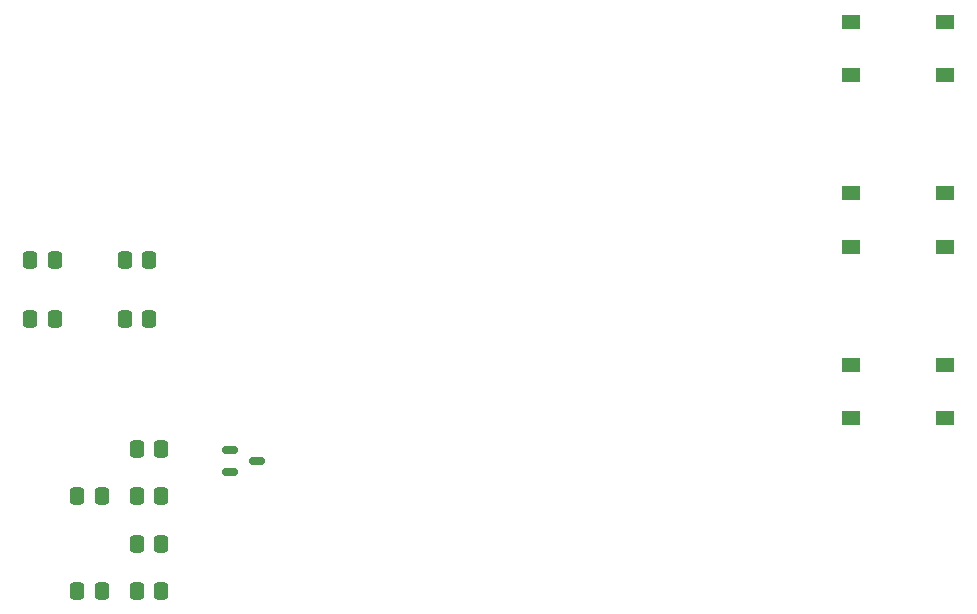
<source format=gbr>
%TF.GenerationSoftware,KiCad,Pcbnew,8.0.1*%
%TF.CreationDate,2024-07-30T14:49:36+02:00*%
%TF.ProjectId,driver,64726976-6572-42e6-9b69-6361645f7063,rev?*%
%TF.SameCoordinates,Original*%
%TF.FileFunction,Paste,Top*%
%TF.FilePolarity,Positive*%
%FSLAX46Y46*%
G04 Gerber Fmt 4.6, Leading zero omitted, Abs format (unit mm)*
G04 Created by KiCad (PCBNEW 8.0.1) date 2024-07-30 14:49:36*
%MOMM*%
%LPD*%
G01*
G04 APERTURE LIST*
G04 Aperture macros list*
%AMRoundRect*
0 Rectangle with rounded corners*
0 $1 Rounding radius*
0 $2 $3 $4 $5 $6 $7 $8 $9 X,Y pos of 4 corners*
0 Add a 4 corners polygon primitive as box body*
4,1,4,$2,$3,$4,$5,$6,$7,$8,$9,$2,$3,0*
0 Add four circle primitives for the rounded corners*
1,1,$1+$1,$2,$3*
1,1,$1+$1,$4,$5*
1,1,$1+$1,$6,$7*
1,1,$1+$1,$8,$9*
0 Add four rect primitives between the rounded corners*
20,1,$1+$1,$2,$3,$4,$5,0*
20,1,$1+$1,$4,$5,$6,$7,0*
20,1,$1+$1,$6,$7,$8,$9,0*
20,1,$1+$1,$8,$9,$2,$3,0*%
G04 Aperture macros list end*
%ADD10RoundRect,0.250000X-0.337500X-0.475000X0.337500X-0.475000X0.337500X0.475000X-0.337500X0.475000X0*%
%ADD11RoundRect,0.250000X0.337500X0.475000X-0.337500X0.475000X-0.337500X-0.475000X0.337500X-0.475000X0*%
%ADD12R,1.550000X1.300000*%
%ADD13RoundRect,0.150000X-0.512500X-0.150000X0.512500X-0.150000X0.512500X0.150000X-0.512500X0.150000X0*%
G04 APERTURE END LIST*
D10*
%TO.C,C4*%
X164962500Y-81000000D03*
X167037500Y-81000000D03*
%TD*%
%TO.C,C11*%
X173962500Y-101000000D03*
X176037500Y-101000000D03*
%TD*%
%TO.C,C12*%
X173962500Y-105000000D03*
X176037500Y-105000000D03*
%TD*%
%TO.C,C5*%
X164962500Y-86000000D03*
X167037500Y-86000000D03*
%TD*%
%TO.C,C10*%
X173962500Y-97000000D03*
X176037500Y-97000000D03*
%TD*%
D11*
%TO.C,C3*%
X175037500Y-81000000D03*
X172962500Y-81000000D03*
%TD*%
D10*
%TO.C,C9*%
X168962500Y-109000000D03*
X171037500Y-109000000D03*
%TD*%
D12*
%TO.C,SW2*%
X234425000Y-75350000D03*
X242375000Y-75350000D03*
X234425000Y-79850000D03*
X242375000Y-79850000D03*
%TD*%
%TO.C,SW3*%
X234425000Y-89850000D03*
X242375000Y-89850000D03*
X234425000Y-94350000D03*
X242375000Y-94350000D03*
%TD*%
D10*
%TO.C,C13*%
X173962500Y-109000000D03*
X176037500Y-109000000D03*
%TD*%
D13*
%TO.C,Q1*%
X181862500Y-97050000D03*
X181862500Y-98950000D03*
X184137500Y-98000000D03*
%TD*%
D12*
%TO.C,SW1*%
X234425000Y-60850000D03*
X242375000Y-60850000D03*
X234425000Y-65350000D03*
X242375000Y-65350000D03*
%TD*%
D11*
%TO.C,C2*%
X175037500Y-86000000D03*
X172962500Y-86000000D03*
%TD*%
D10*
%TO.C,C8*%
X168962500Y-101000000D03*
X171037500Y-101000000D03*
%TD*%
M02*

</source>
